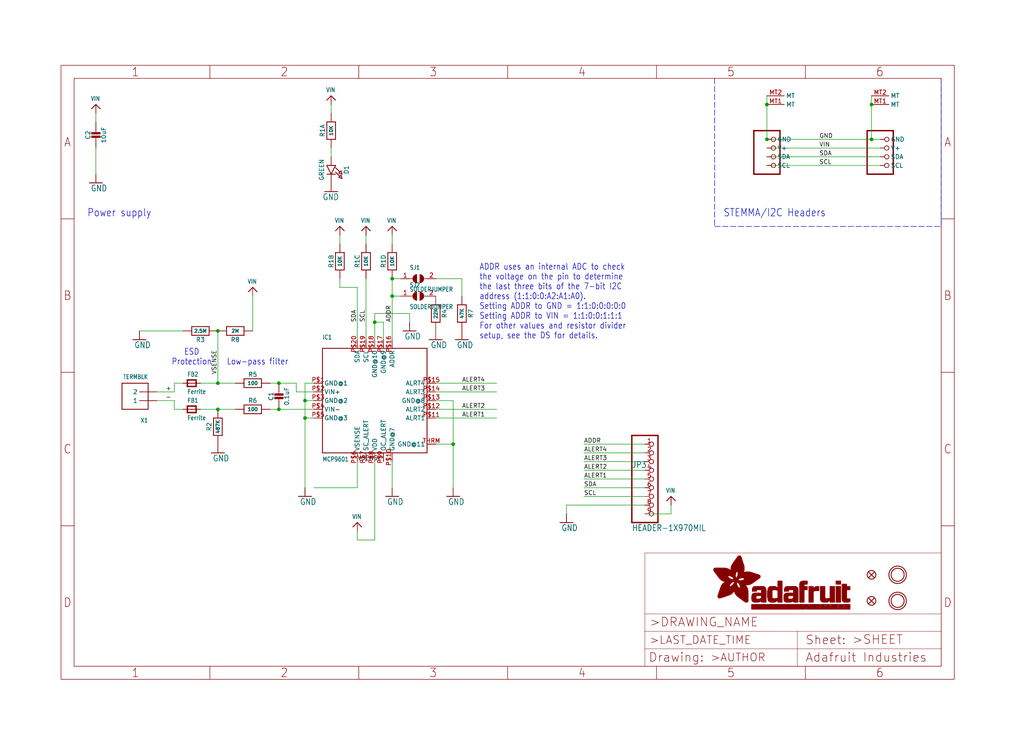
<source format=kicad_sch>
(kicad_sch (version 20211123) (generator eeschema)
  (paper "User" 298.45 217.881)
  (lib_symbols
    (symbol "eagleSchem-eagle-import:CAP_CERAMIC0603_NO"
      (property "Reference" "C" (at -2.29 1.25 90))
      (property "Value" "CAP_CERAMIC0603_NO" (at 2.3 1.25 90))
      (symbol "CAP_CERAMIC0603_NO_1_0"
        (pin passive line (at 0 5.08 270) (length 2.54) (name "1") (number "1"))
        (pin passive line (at 0 -2.54 90) (length 2.54) (name "2") (number "2"))
      )
    )
    (symbol "eagleSchem-eagle-import:CAP_CERAMIC0805-NOOUTLINE"
      (property "Reference" "C" (at -2.29 1.25 90))
      (property "Value" "CAP_CERAMIC0805-NOOUTLINE" (at 2.3 1.25 90))
      (symbol "CAP_CERAMIC0805-NOOUTLINE_1_0"
        (pin passive line (at 0 5.08 270) (length 2.54) (name "1") (number "1"))
        (pin passive line (at 0 -2.54 90) (length 2.54) (name "2") (number "2"))
      )
    )
    (symbol "eagleSchem-eagle-import:FERRITE-0603NO"
      (property "Reference" "FB" (at -1.27 1.905 0))
      (property "Value" "FERRITE-0603NO" (at -1.27 -3.175 0))
      (symbol "FERRITE-0603NO_1_0"
        (pin passive line (at -2.54 0 0) (length 2.54) (name "P$1") (number "1"))
        (pin passive line (at 2.54 0 180) (length 2.54) (name "P$2") (number "2"))
      )
    )
    (symbol "eagleSchem-eagle-import:FIDUCIAL_1MM")
    (symbol "eagleSchem-eagle-import:FRAME_A4_ADAFRUIT"
      (symbol "FRAME_A4_ADAFRUIT_0_0"
        (text "1" (at 21.6958 1.905 0) (effects (font (size 2.54 2.286))))
        (text "1" (at 21.6958 177.165 0) (effects (font (size 2.54 2.286))))
        (text "2" (at 65.0875 1.905 0) (effects (font (size 2.54 2.286))))
        (text "2" (at 65.0875 177.165 0) (effects (font (size 2.54 2.286))))
        (text "3" (at 108.4792 1.905 0) (effects (font (size 2.54 2.286))))
        (text "3" (at 108.4792 177.165 0) (effects (font (size 2.54 2.286))))
        (text "4" (at 151.8708 1.905 0) (effects (font (size 2.54 2.286))))
        (text "4" (at 151.8708 177.165 0) (effects (font (size 2.54 2.286))))
        (text "5" (at 195.2625 1.905 0) (effects (font (size 2.54 2.286))))
        (text "5" (at 195.2625 177.165 0) (effects (font (size 2.54 2.286))))
        (text "6" (at 238.6542 1.905 0) (effects (font (size 2.54 2.286))))
        (text "6" (at 238.6542 177.165 0) (effects (font (size 2.54 2.286))))
        (text "A" (at 1.905 156.6863 0) (effects (font (size 2.54 2.286))))
        (text "A" (at 258.445 156.6863 0) (effects (font (size 2.54 2.286))))
        (text "B" (at 1.905 111.9188 0) (effects (font (size 2.54 2.286))))
        (text "B" (at 258.445 111.9188 0) (effects (font (size 2.54 2.286))))
        (text "C" (at 1.905 67.1513 0) (effects (font (size 2.54 2.286))))
        (text "C" (at 258.445 67.1513 0) (effects (font (size 2.54 2.286))))
        (text "D" (at 1.905 22.3838 0) (effects (font (size 2.54 2.286))))
        (text "D" (at 258.445 22.3838 0) (effects (font (size 2.54 2.286))))
      )
      (symbol "FRAME_A4_ADAFRUIT_1_0"
        (text ">AUTHOR" (at 189.23 5.08 0) (effects (font (size 2.286 2.286)) (justify left bottom)))
        (text ">DRAWING_NAME" (at 171.45 15.24 0) (effects (font (size 2.54 2.54)) (justify left bottom)))
        (text ">LAST_DATE_TIME" (at 171.45 10.16 0) (effects (font (size 2.286 2.286)) (justify left bottom)))
        (text ">SHEET" (at 230.505 10.16 0) (effects (font (size 2.54 2.54)) (justify left bottom)))
        (text "Adafruit Industries" (at 216.916 4.953 0) (effects (font (size 2.54 2.54)) (justify left bottom)))
        (text "Drawing:" (at 171.196 4.953 0) (effects (font (size 2.54 2.54)) (justify left bottom)))
        (text "Sheet:" (at 216.916 10.033 0) (effects (font (size 2.54 2.54)) (justify left bottom)))
      )
    )
    (symbol "eagleSchem-eagle-import:GND" (power)
      (property "Value" "GND" (at -2.54 -2.54 0))
      (symbol "GND_1_0"
        (pin power_in line (at 0 2.54 270) (length 2.54) (name "GND") (number "1"))
      )
    )
    (symbol "eagleSchem-eagle-import:HEADER-1X970MIL"
      (property "Reference" "JP" (at -6.35 13.335 0))
      (property "Value" "HEADER-1X970MIL" (at -6.35 -15.24 0))
      (symbol "HEADER-1X970MIL_1_0"
        (pin passive inverted (at -2.54 10.16 0) (length 2.54) (name "1") (number "1"))
        (pin passive inverted (at -2.54 7.62 0) (length 2.54) (name "2") (number "2"))
        (pin passive inverted (at -2.54 5.08 0) (length 2.54) (name "3") (number "3"))
        (pin passive inverted (at -2.54 2.54 0) (length 2.54) (name "4") (number "4"))
        (pin passive inverted (at -2.54 0 0) (length 2.54) (name "5") (number "5"))
        (pin passive inverted (at -2.54 -2.54 0) (length 2.54) (name "6") (number "6"))
        (pin passive inverted (at -2.54 -5.08 0) (length 2.54) (name "7") (number "7"))
        (pin passive inverted (at -2.54 -7.62 0) (length 2.54) (name "8") (number "8"))
        (pin passive inverted (at -2.54 -10.16 0) (length 2.54) (name "9") (number "9"))
      )
    )
    (symbol "eagleSchem-eagle-import:LED0603_NOOUTLINE"
      (property "Reference" "D" (at -1.27 4.445 0))
      (property "Value" "LED0603_NOOUTLINE" (at -1.27 -2.794 0))
      (symbol "LED0603_NOOUTLINE_1_0"
        (pin passive line (at -5.08 0 0) (length 2.54) (name "A") (number "A"))
        (pin passive line (at 2.54 0 180) (length 2.54) (name "C") (number "C"))
      )
    )
    (symbol "eagleSchem-eagle-import:MCP9601"
      (property "Reference" "IC" (at -15.24 17.78 0))
      (property "Value" "MCP9601" (at -15.24 -17.78 0))
      (symbol "MCP9601_1_0"
        (pin bidirectional line (at -17.78 5.08 0) (length 2.54) (name "GND@1") (number "P$1"))
        (pin bidirectional line (at 5.08 -17.78 90) (length 2.54) (name "GND@7") (number "P$10"))
        (pin bidirectional line (at 17.78 -5.08 180) (length 2.54) (name "ALRT1") (number "P$11"))
        (pin bidirectional line (at 17.78 -2.54 180) (length 2.54) (name "ALRT2") (number "P$12"))
        (pin bidirectional line (at 17.78 0 180) (length 2.54) (name "GND@8") (number "P$13"))
        (pin bidirectional line (at 17.78 2.54 180) (length 2.54) (name "ALRT3") (number "P$14"))
        (pin bidirectional line (at 17.78 5.08 180) (length 2.54) (name "ALRT4") (number "P$15"))
        (pin bidirectional line (at 5.08 17.78 270) (length 2.54) (name "ADDR") (number "P$16"))
        (pin bidirectional line (at 2.54 17.78 270) (length 2.54) (name "GND@9") (number "P$17"))
        (pin bidirectional line (at 0 17.78 270) (length 2.54) (name "GND@10") (number "P$18"))
        (pin bidirectional line (at -2.54 17.78 270) (length 2.54) (name "SCL") (number "P$19"))
        (pin bidirectional line (at -17.78 2.54 0) (length 2.54) (name "VIN+") (number "P$2"))
        (pin bidirectional line (at -5.08 17.78 270) (length 2.54) (name "SDA") (number "P$20"))
        (pin bidirectional line (at -17.78 0 0) (length 2.54) (name "GND@2") (number "P$3"))
        (pin bidirectional line (at -17.78 -2.54 0) (length 2.54) (name "VIN-") (number "P$4"))
        (pin bidirectional line (at -17.78 -5.08 0) (length 2.54) (name "GND@3") (number "P$5"))
        (pin bidirectional line (at -5.08 -17.78 90) (length 2.54) (name "VSENSE") (number "P$6"))
        (pin output line (at -2.54 -17.78 90) (length 2.54) (name "SC_ALERT") (number "P$7"))
        (pin bidirectional line (at 0 -17.78 90) (length 2.54) (name "VDD") (number "P$8"))
        (pin output line (at 2.54 -17.78 90) (length 2.54) (name "OC_ALERT") (number "P$9"))
        (pin bidirectional line (at 17.78 -12.7 180) (length 2.54) (name "GND@11") (number "THRM"))
      )
    )
    (symbol "eagleSchem-eagle-import:MOUNTINGHOLE2.5")
    (symbol "eagleSchem-eagle-import:RESISTOR_0603_NOOUT"
      (property "Reference" "R" (at 0 2.54 0))
      (property "Value" "RESISTOR_0603_NOOUT" (at 0 0 0))
      (symbol "RESISTOR_0603_NOOUT_1_0"
        (pin passive line (at -5.08 0 0) (length 2.54) (name "1") (number "1"))
        (pin passive line (at 5.08 0 180) (length 2.54) (name "2") (number "2"))
      )
    )
    (symbol "eagleSchem-eagle-import:RESISTOR_4PACK"
      (property "Reference" "R" (at 0 2.54 0))
      (property "Value" "RESISTOR_4PACK" (at 0 0 0))
      (symbol "RESISTOR_4PACK_1_0"
        (pin passive line (at -5.08 0 0) (length 2.54) (name "1") (number "1"))
        (pin passive line (at 5.08 0 180) (length 2.54) (name "2") (number "8"))
      )
      (symbol "RESISTOR_4PACK_2_0"
        (pin passive line (at -5.08 0 0) (length 2.54) (name "1") (number "2"))
        (pin passive line (at 5.08 0 180) (length 2.54) (name "2") (number "7"))
      )
      (symbol "RESISTOR_4PACK_3_0"
        (pin passive line (at -5.08 0 0) (length 2.54) (name "1") (number "3"))
        (pin passive line (at 5.08 0 180) (length 2.54) (name "2") (number "6"))
      )
      (symbol "RESISTOR_4PACK_4_0"
        (pin passive line (at -5.08 0 0) (length 2.54) (name "1") (number "4"))
        (pin passive line (at 5.08 0 180) (length 2.54) (name "2") (number "5"))
      )
    )
    (symbol "eagleSchem-eagle-import:SOLDERJUMPER"
      (property "Reference" "SJ" (at -2.54 2.54 0))
      (property "Value" "SOLDERJUMPER" (at -2.54 -3.81 0))
      (symbol "SOLDERJUMPER_1_0"
        (pin passive line (at -5.08 0 0) (length 2.54) (name "1") (number "1"))
        (pin passive line (at 5.08 0 180) (length 2.54) (name "2") (number "2"))
      )
    )
    (symbol "eagleSchem-eagle-import:STEMMA_I2C_QT"
      (symbol "STEMMA_I2C_QT_1_0"
        (pin passive inverted (at 0 5.08 0) (length 2.54) (name "GND") (number "1"))
        (pin passive inverted (at 0 2.54 0) (length 2.54) (name "V+") (number "2"))
        (pin passive inverted (at 0 0 0) (length 2.54) (name "SDA") (number "3"))
        (pin passive inverted (at 0 -2.54 0) (length 2.54) (name "SCL") (number "4"))
      )
      (symbol "STEMMA_I2C_QT_2_0"
        (pin bidirectional line (at 0 0 0) (length 5.08) (name "MT") (number "MT1"))
      )
      (symbol "STEMMA_I2C_QT_3_0"
        (pin bidirectional line (at 0 0 0) (length 5.08) (name "MT") (number "MT2"))
      )
    )
    (symbol "eagleSchem-eagle-import:TERMBLOCK_1X2_3.5MM"
      (property "Reference" "X" (at -2.54 7.62 0))
      (property "Value" "TERMBLOCK_1X2_3.5MM" (at -2.54 -5.08 0))
      (symbol "TERMBLOCK_1X2_3.5MM_1_0"
        (pin passive line (at -5.08 2.54 0) (length 5.08) (name "1") (number "1"))
        (pin passive line (at -5.08 0 0) (length 5.08) (name "2") (number "2"))
      )
    )
    (symbol "eagleSchem-eagle-import:VIN" (power)
      (property "Value" "VIN" (at -1.524 1.016 0))
      (symbol "VIN_1_0"
        (pin power_in line (at 0 -2.54 90) (length 2.54) (name "VIN") (number "1"))
      )
    )
  )
  (junction (at 63.5 119.38))
  (junction (at 63.5 96.52))
  (junction (at 88.9 121.92))
  (junction (at 223.52 40.64))
  (junction (at 63.5 111.76))
  (junction (at 132.08 129.54))
  (junction (at 114.3 86.36))
  (junction (at 223.52 30.48))
  (junction (at 81.28 111.76))
  (junction (at 254 40.64))
  (junction (at 109.22 93.98))
  (junction (at 254 30.48))
  (junction (at 88.9 116.84))
  (junction (at 114.3 81.28))
  (junction (at 81.28 119.38))
  (wire (pts (xy 170.18 139.7) (xy 187.96 139.7)))
  (wire (pts (xy 53.34 96.52) (xy 40.64 96.52)))
  (wire (pts (xy 86.36 114.3) (xy 91.44 114.3)))
  (wire (pts (xy 132.08 129.54) (xy 132.08 142.24)))
  (wire (pts (xy 45.72 116.84) (xy 50.8 116.84)))
  (wire (pts (xy 127 81.28) (xy 134.62 81.28)))
  (wire (pts (xy 223.52 30.48) (xy 223.52 40.64)))
  (wire (pts (xy 91.44 116.84) (xy 88.9 116.84)))
  (polyline (pts (xy 274.32 22.86) (xy 274.32 66.04)))
  (wire (pts (xy 27.94 33.02) (xy 27.94 35.56)))
  (wire (pts (xy 109.22 157.48) (xy 104.14 157.48)))
  (wire (pts (xy 99.06 83.82) (xy 99.06 81.28)))
  (wire (pts (xy 119.38 91.44) (xy 119.38 93.98)))
  (wire (pts (xy 132.08 116.84) (xy 132.08 129.54)))
  (wire (pts (xy 127 129.54) (xy 132.08 129.54)))
  (wire (pts (xy 170.18 137.16) (xy 187.96 137.16)))
  (wire (pts (xy 99.06 71.12) (xy 99.06 68.58)))
  (wire (pts (xy 109.22 91.44) (xy 119.38 91.44)))
  (wire (pts (xy 91.44 121.92) (xy 88.9 121.92)))
  (wire (pts (xy 254 40.64) (xy 223.52 40.64)))
  (wire (pts (xy 78.74 119.38) (xy 81.28 119.38)))
  (wire (pts (xy 187.96 147.32) (xy 165.1 147.32)))
  (wire (pts (xy 104.14 142.24) (xy 91.44 142.24)))
  (wire (pts (xy 111.76 99.06) (xy 111.76 93.98)))
  (wire (pts (xy 104.14 83.82) (xy 99.06 83.82)))
  (wire (pts (xy 127 119.38) (xy 144.78 119.38)))
  (wire (pts (xy 114.3 86.36) (xy 116.84 86.36)))
  (wire (pts (xy 170.18 132.08) (xy 187.96 132.08)))
  (wire (pts (xy 127 114.3) (xy 144.78 114.3)))
  (wire (pts (xy 91.44 119.38) (xy 81.28 119.38)))
  (wire (pts (xy 88.9 121.92) (xy 88.9 142.24)))
  (wire (pts (xy 63.5 111.76) (xy 63.5 96.52)))
  (wire (pts (xy 187.96 129.54) (xy 170.18 129.54)))
  (wire (pts (xy 27.94 50.8) (xy 27.94 43.18)))
  (wire (pts (xy 127 111.76) (xy 144.78 111.76)))
  (wire (pts (xy 109.22 99.06) (xy 109.22 93.98)))
  (wire (pts (xy 165.1 147.32) (xy 165.1 149.86)))
  (polyline (pts (xy 208.28 66.04) (xy 274.32 66.04)))
  (wire (pts (xy 109.22 134.62) (xy 109.22 157.48)))
  (wire (pts (xy 254 27.94) (xy 254 30.48)))
  (wire (pts (xy 104.14 157.48) (xy 104.14 154.94)))
  (wire (pts (xy 109.22 93.98) (xy 109.22 91.44)))
  (wire (pts (xy 73.66 86.36) (xy 73.66 96.52)))
  (wire (pts (xy 106.68 71.12) (xy 106.68 68.58)))
  (wire (pts (xy 256.54 45.72) (xy 223.52 45.72)))
  (wire (pts (xy 195.58 149.86) (xy 195.58 147.32)))
  (wire (pts (xy 187.96 142.24) (xy 170.18 142.24)))
  (polyline (pts (xy 208.28 22.86) (xy 208.28 66.04)))
  (wire (pts (xy 78.74 111.76) (xy 81.28 111.76)))
  (wire (pts (xy 127 121.92) (xy 144.78 121.92)))
  (wire (pts (xy 114.3 71.12) (xy 114.3 68.58)))
  (wire (pts (xy 50.8 111.76) (xy 53.34 111.76)))
  (wire (pts (xy 86.36 111.76) (xy 86.36 114.3)))
  (wire (pts (xy 187.96 149.86) (xy 195.58 149.86)))
  (wire (pts (xy 114.3 86.36) (xy 114.3 81.28)))
  (wire (pts (xy 50.8 119.38) (xy 53.34 119.38)))
  (wire (pts (xy 50.8 116.84) (xy 50.8 119.38)))
  (wire (pts (xy 104.14 99.06) (xy 104.14 83.82)))
  (wire (pts (xy 114.3 134.62) (xy 114.3 142.24)))
  (wire (pts (xy 223.52 43.18) (xy 256.54 43.18)))
  (wire (pts (xy 223.52 27.94) (xy 223.52 30.48)))
  (wire (pts (xy 134.62 81.28) (xy 134.62 86.36)))
  (wire (pts (xy 88.9 116.84) (xy 88.9 121.92)))
  (wire (pts (xy 63.5 111.76) (xy 68.58 111.76)))
  (wire (pts (xy 127 116.84) (xy 132.08 116.84)))
  (wire (pts (xy 187.96 144.78) (xy 170.18 144.78)))
  (wire (pts (xy 63.5 119.38) (xy 68.58 119.38)))
  (wire (pts (xy 96.52 45.72) (xy 96.52 43.18)))
  (wire (pts (xy 256.54 40.64) (xy 254 40.64)))
  (wire (pts (xy 254 30.48) (xy 254 40.64)))
  (wire (pts (xy 223.52 48.26) (xy 256.54 48.26)))
  (wire (pts (xy 88.9 111.76) (xy 88.9 116.84)))
  (wire (pts (xy 81.28 111.76) (xy 86.36 111.76)))
  (wire (pts (xy 111.76 93.98) (xy 109.22 93.98)))
  (wire (pts (xy 58.42 119.38) (xy 63.5 119.38)))
  (wire (pts (xy 58.42 111.76) (xy 63.5 111.76)))
  (wire (pts (xy 91.44 111.76) (xy 88.9 111.76)))
  (wire (pts (xy 170.18 134.62) (xy 187.96 134.62)))
  (wire (pts (xy 45.72 114.3) (xy 50.8 114.3)))
  (wire (pts (xy 50.8 114.3) (xy 50.8 111.76)))
  (wire (pts (xy 106.68 99.06) (xy 106.68 81.28)))
  (wire (pts (xy 104.14 134.62) (xy 104.14 142.24)))
  (wire (pts (xy 114.3 99.06) (xy 114.3 86.36)))
  (wire (pts (xy 116.84 81.28) (xy 114.3 81.28)))
  (wire (pts (xy 96.52 30.48) (xy 96.52 33.02)))
  (text "ESD\nProtection" (at 55.88 106.68 180) (effects (font (size 1.778 1.5113)) (justify bottom)))
  (text "Low-pass filter" (at 66.04 106.68 180) (effects (font (size 1.778 1.5113)) (justify left bottom)))
  (text "STEMMA/I2C Headers" (at 210.82 63.5 180) (effects (font (size 2.1844 1.8567)) (justify left bottom)))
  (text "Power supply" (at 25.4 63.5 180) (effects (font (size 2.1844 1.8567)) (justify left bottom)))
  (text "ADDR uses an internal ADC to check\nthe voltage on the pin to determine\nthe last three bits of the 7-bit I2C\naddress (1:1:0:0:A2:A1:A0).\nSetting ADDR to GND = 1:1:0:0:0:0:0\nSetting ADDR to VIN = 1:1:0:0:1:1:1\nFor other values and resistor divider\nsetup, see the DS for details." (at 139.7 99.06 0) (effects (font (size 1.778 1.5113)) (justify left bottom)))
  (label "ALERT2" (at 134.62 119.38 0) (effects (font (size 1.2446 1.2446))))
  (label "VSENSE" (at 104.14 134.62 0) (effects (font (size 1.2446 1.2446))))
  (label "SDA" (at 170.18 142.24 0) (effects (font (size 1.2446 1.2446))))
  (label "ALERT2" (at 170.18 137.16 0) (effects (font (size 1.2446 1.2446))))
  (label "GND" (at 238.76 40.64 0) (effects (font (size 1.2446 1.2446))))
  (label "VSENSE" (at 63.5 109.22 90) (effects (font (size 1.2446 1.2446))))
  (label "+" (at 48.26 114.3 0) (effects (font (size 1.2446 1.2446))))
  (label "SDA" (at 238.76 45.72 0) (effects (font (size 1.2446 1.2446))))
  (label "ALERT3" (at 134.62 114.3 0) (effects (font (size 1.2446 1.2446))))
  (label "SCL" (at 170.18 144.78 0) (effects (font (size 1.2446 1.2446))))
  (label "SCL" (at 106.68 93.98 90) (effects (font (size 1.2446 1.2446))))
  (label "ALERT1" (at 170.18 139.7 0) (effects (font (size 1.2446 1.2446))))
  (label "VIN" (at 238.76 43.18 0) (effects (font (size 1.2446 1.2446))))
  (label "ALERT4" (at 170.18 132.08 0) (effects (font (size 1.2446 1.2446))))
  (label "-" (at 48.26 116.84 0) (effects (font (size 1.2446 1.2446))))
  (label "ALERT1" (at 134.62 121.92 0) (effects (font (size 1.2446 1.2446))))
  (label "ADDR" (at 114.3 93.98 90) (effects (font (size 1.2446 1.2446))))
  (label "ALERT3" (at 170.18 134.62 0) (effects (font (size 1.2446 1.2446))))
  (label "SCL" (at 238.76 48.26 0) (effects (font (size 1.2446 1.2446))))
  (label "ADDR" (at 170.18 129.54 0) (effects (font (size 1.2446 1.2446))))
  (label "SDA" (at 104.14 93.98 90) (effects (font (size 1.2446 1.2446))))
  (label "ALERT4" (at 134.62 111.76 0) (effects (font (size 1.2446 1.2446))))
  (symbol (lib_id "eagleSchem-eagle-import:FIDUCIAL_1MM") (at 254 167.64 0) (unit 1)
    (property "Reference" "FID4" (effects hide))
    (property "Value" "FIDUCIAL_1MM" (effects hide))
    (property "Footprint" "eagleSchem:FIDUCIAL_1MM" (effects hide))
  )
  (symbol (lib_id "eagleSchem-eagle-import:RESISTOR_0603_NOOUT") (at 63.5 124.46 90) (unit 1)
    (property "Reference" "R2" (at 60.96 124.46 0))
    (property "Value" "487K" (at 63.5 124.46 0) (effects (font (size 1.016 1.016) bold)))
    (property "Footprint" "eagleSchem:0603-NO" (effects hide))
  )
  (symbol (lib_id "eagleSchem-eagle-import:VIN") (at 106.68 66.04 0) (unit 1)
    (property "Reference" "#U$10" (effects hide))
    (property "Value" "VIN" (at 105.156 65.024 0) (effects (font (size 1.27 1.0795)) (justify left bottom)))
    (property "Footprint" "eagleSchem:" (effects hide))
  )
  (symbol (lib_id "eagleSchem-eagle-import:FIDUCIAL_1MM") (at 254 175.26 0) (unit 1)
    (property "Reference" "FID3" (effects hide))
    (property "Value" "FIDUCIAL_1MM" (effects hide))
    (property "Footprint" "eagleSchem:FIDUCIAL_1MM" (effects hide))
  )
  (symbol (lib_id "eagleSchem-eagle-import:GND") (at 114.3 144.78 0) (unit 1)
    (property "Reference" "#U$7" (effects hide))
    (property "Value" "GND" (at 112.776 147.32 0) (effects (font (size 1.778 1.5113)) (justify left bottom)))
    (property "Footprint" "eagleSchem:" (effects hide))
  )
  (symbol (lib_id "eagleSchem-eagle-import:GND") (at 127 99.06 0) (unit 1)
    (property "Reference" "#U$12" (effects hide))
    (property "Value" "GND" (at 125.476 101.6 0) (effects (font (size 1.778 1.5113)) (justify left bottom)))
    (property "Footprint" "eagleSchem:" (effects hide))
  )
  (symbol (lib_id "eagleSchem-eagle-import:MCP9601") (at 109.22 116.84 0) (unit 1)
    (property "Reference" "IC1" (at 93.98 99.06 0) (effects (font (size 1.27 1.0795)) (justify left bottom)))
    (property "Value" "MCP9601" (at 93.98 134.62 0) (effects (font (size 1.27 1.0795)) (justify left bottom)))
    (property "Footprint" "eagleSchem:VQFN20_5MM" (effects hide))
  )
  (symbol (lib_id "eagleSchem-eagle-import:GND") (at 63.5 132.08 0) (unit 1)
    (property "Reference" "#U$19" (effects hide))
    (property "Value" "GND" (at 61.976 134.62 0) (effects (font (size 1.778 1.5113)) (justify left bottom)))
    (property "Footprint" "eagleSchem:" (effects hide))
  )
  (symbol (lib_id "eagleSchem-eagle-import:STEMMA_I2C_QT") (at 223.52 30.48 0) (unit 2)
    (property "Reference" "CONN3" (effects hide))
    (property "Value" "STEMMA_I2C_QT" (effects hide))
    (property "Footprint" "eagleSchem:JST_SH4" (effects hide))
  )
  (symbol (lib_id "eagleSchem-eagle-import:RESISTOR_4PACK") (at 99.06 76.2 90) (unit 2)
    (property "Reference" "R1" (at 96.52 76.2 0))
    (property "Value" "10K" (at 99.06 76.2 0) (effects (font (size 1.016 1.016) bold)))
    (property "Footprint" "eagleSchem:RESPACK_4X0603" (effects hide))
  )
  (symbol (lib_id "eagleSchem-eagle-import:STEMMA_I2C_QT") (at 254 30.48 0) (unit 2)
    (property "Reference" "CONN4" (effects hide))
    (property "Value" "STEMMA_I2C_QT" (effects hide))
    (property "Footprint" "eagleSchem:JST_SH4" (effects hide))
  )
  (symbol (lib_id "eagleSchem-eagle-import:VIN") (at 195.58 144.78 0) (unit 1)
    (property "Reference" "#U$2" (effects hide))
    (property "Value" "VIN" (at 194.056 143.764 0) (effects (font (size 1.27 1.0795)) (justify left bottom)))
    (property "Footprint" "eagleSchem:" (effects hide))
  )
  (symbol (lib_id "eagleSchem-eagle-import:GND") (at 134.62 99.06 0) (unit 1)
    (property "Reference" "#U$13" (effects hide))
    (property "Value" "GND" (at 133.096 101.6 0) (effects (font (size 1.778 1.5113)) (justify left bottom)))
    (property "Footprint" "eagleSchem:" (effects hide))
  )
  (symbol (lib_id "eagleSchem-eagle-import:GND") (at 27.94 53.34 0) (unit 1)
    (property "Reference" "#U$22" (effects hide))
    (property "Value" "GND" (at 26.416 55.88 0) (effects (font (size 1.778 1.5113)) (justify left bottom)))
    (property "Footprint" "eagleSchem:" (effects hide))
  )
  (symbol (lib_id "eagleSchem-eagle-import:STEMMA_I2C_QT") (at 254 27.94 0) (unit 3)
    (property "Reference" "CONN4" (effects hide))
    (property "Value" "STEMMA_I2C_QT" (effects hide))
    (property "Footprint" "eagleSchem:JST_SH4" (effects hide))
  )
  (symbol (lib_id "eagleSchem-eagle-import:GND") (at 96.52 55.88 0) (unit 1)
    (property "Reference" "#GND6" (effects hide))
    (property "Value" "GND" (at 93.98 58.42 0) (effects (font (size 1.778 1.5113)) (justify left bottom)))
    (property "Footprint" "eagleSchem:" (effects hide))
  )
  (symbol (lib_id "eagleSchem-eagle-import:RESISTOR_0603_NOOUT") (at 134.62 91.44 270) (unit 1)
    (property "Reference" "R7" (at 137.16 91.44 0))
    (property "Value" "47K" (at 134.62 91.44 0) (effects (font (size 1.016 1.016) bold)))
    (property "Footprint" "eagleSchem:0603-NO" (effects hide))
  )
  (symbol (lib_id "eagleSchem-eagle-import:FRAME_A4_ADAFRUIT") (at 17.78 198.12 0) (unit 1)
    (property "Reference" "#U$35" (effects hide))
    (property "Value" "FRAME_A4_ADAFRUIT" (effects hide))
    (property "Footprint" "eagleSchem:" (effects hide))
  )
  (symbol (lib_id "eagleSchem-eagle-import:TERMBLOCK_1X2_3.5MM") (at 40.64 114.3 180) (unit 1)
    (property "Reference" "X1" (at 43.18 121.92 0) (effects (font (size 1.27 1.0795)) (justify left bottom)))
    (property "Value" "TERMBLK" (at 43.18 109.22 0) (effects (font (size 1.27 1.0795)) (justify left bottom)))
    (property "Footprint" "eagleSchem:TERMBLOCK_1X2-3.5MM" (effects hide))
  )
  (symbol (lib_id "eagleSchem-eagle-import:RESISTOR_0603_NOOUT") (at 73.66 111.76 0) (unit 1)
    (property "Reference" "R5" (at 73.66 109.22 0))
    (property "Value" "100" (at 73.66 111.76 0) (effects (font (size 1.016 1.016) bold)))
    (property "Footprint" "eagleSchem:0603-NO" (effects hide))
  )
  (symbol (lib_id "eagleSchem-eagle-import:VIN") (at 99.06 66.04 0) (unit 1)
    (property "Reference" "#U$1" (effects hide))
    (property "Value" "VIN" (at 97.536 65.024 0) (effects (font (size 1.27 1.0795)) (justify left bottom)))
    (property "Footprint" "eagleSchem:" (effects hide))
  )
  (symbol (lib_id "eagleSchem-eagle-import:RESISTOR_4PACK") (at 106.68 76.2 90) (unit 3)
    (property "Reference" "R1" (at 104.14 76.2 0))
    (property "Value" "10K" (at 106.68 76.2 0) (effects (font (size 1.016 1.016) bold)))
    (property "Footprint" "eagleSchem:RESPACK_4X0603" (effects hide))
  )
  (symbol (lib_id "eagleSchem-eagle-import:MOUNTINGHOLE2.5") (at 261.62 167.64 0) (unit 1)
    (property "Reference" "U$34" (effects hide))
    (property "Value" "MOUNTINGHOLE2.5" (effects hide))
    (property "Footprint" "eagleSchem:MOUNTINGHOLE_2.5_PLATED" (effects hide))
  )
  (symbol (lib_id "eagleSchem-eagle-import:VIN") (at 73.66 83.82 0) (unit 1)
    (property "Reference" "#U$21" (effects hide))
    (property "Value" "VIN" (at 72.136 82.804 0) (effects (font (size 1.27 1.0795)) (justify left bottom)))
    (property "Footprint" "eagleSchem:" (effects hide))
  )
  (symbol (lib_id "eagleSchem-eagle-import:FERRITE-0603NO") (at 55.88 119.38 0) (unit 1)
    (property "Reference" "FB1" (at 54.61 117.475 0) (effects (font (size 1.27 1.0795)) (justify left bottom)))
    (property "Value" "Ferrite" (at 54.61 122.555 0) (effects (font (size 1.27 1.0795)) (justify left bottom)))
    (property "Footprint" "eagleSchem:0603-NO" (effects hide))
  )
  (symbol (lib_id "eagleSchem-eagle-import:STEMMA_I2C_QT") (at 223.52 45.72 0) (unit 1)
    (property "Reference" "CONN3" (effects hide))
    (property "Value" "STEMMA_I2C_QT" (effects hide))
    (property "Footprint" "eagleSchem:JST_SH4" (effects hide))
  )
  (symbol (lib_id "eagleSchem-eagle-import:FERRITE-0603NO") (at 55.88 111.76 0) (unit 1)
    (property "Reference" "FB2" (at 54.61 109.855 0) (effects (font (size 1.27 1.0795)) (justify left bottom)))
    (property "Value" "Ferrite" (at 54.61 114.935 0) (effects (font (size 1.27 1.0795)) (justify left bottom)))
    (property "Footprint" "eagleSchem:0603-NO" (effects hide))
  )
  (symbol (lib_id "eagleSchem-eagle-import:CAP_CERAMIC0603_NO") (at 81.28 116.84 0) (unit 1)
    (property "Reference" "C1" (at 78.99 115.59 90))
    (property "Value" "0.1uF" (at 83.58 115.59 90))
    (property "Footprint" "eagleSchem:0603-NO" (effects hide))
  )
  (symbol (lib_id "eagleSchem-eagle-import:RESISTOR_0603_NOOUT") (at 58.42 96.52 180) (unit 1)
    (property "Reference" "R3" (at 58.42 99.06 0))
    (property "Value" "2.5M" (at 58.42 96.52 0) (effects (font (size 1.016 1.016) bold)))
    (property "Footprint" "eagleSchem:0603-NO" (effects hide))
  )
  (symbol (lib_id "eagleSchem-eagle-import:RESISTOR_4PACK") (at 114.3 76.2 90) (unit 4)
    (property "Reference" "R1" (at 111.76 76.2 0))
    (property "Value" "10K" (at 114.3 76.2 0) (effects (font (size 1.016 1.016) bold)))
    (property "Footprint" "eagleSchem:RESPACK_4X0603" (effects hide))
  )
  (symbol (lib_id "eagleSchem-eagle-import:GND") (at 132.08 144.78 0) (unit 1)
    (property "Reference" "#U$8" (effects hide))
    (property "Value" "GND" (at 130.556 147.32 0) (effects (font (size 1.778 1.5113)) (justify left bottom)))
    (property "Footprint" "eagleSchem:" (effects hide))
  )
  (symbol (lib_id "eagleSchem-eagle-import:GND") (at 40.64 99.06 0) (unit 1)
    (property "Reference" "#U$23" (effects hide))
    (property "Value" "GND" (at 39.116 101.6 0) (effects (font (size 1.778 1.5113)) (justify left bottom)))
    (property "Footprint" "eagleSchem:" (effects hide))
  )
  (symbol (lib_id "eagleSchem-eagle-import:VIN") (at 96.52 27.94 0) (unit 1)
    (property "Reference" "#U$3" (effects hide))
    (property "Value" "VIN" (at 94.996 26.924 0) (effects (font (size 1.27 1.0795)) (justify left bottom)))
    (property "Footprint" "eagleSchem:" (effects hide))
  )
  (symbol (lib_id "eagleSchem-eagle-import:CAP_CERAMIC0805-NOOUTLINE") (at 27.94 40.64 0) (unit 1)
    (property "Reference" "C2" (at 25.65 39.39 90))
    (property "Value" "10uF" (at 30.24 39.39 90))
    (property "Footprint" "eagleSchem:0805-NO" (effects hide))
  )
  (symbol (lib_id "eagleSchem-eagle-import:VIN") (at 114.3 66.04 0) (unit 1)
    (property "Reference" "#U$11" (effects hide))
    (property "Value" "VIN" (at 112.776 65.024 0) (effects (font (size 1.27 1.0795)) (justify left bottom)))
    (property "Footprint" "eagleSchem:" (effects hide))
  )
  (symbol (lib_id "eagleSchem-eagle-import:GND") (at 88.9 144.78 0) (unit 1)
    (property "Reference" "#U$5" (effects hide))
    (property "Value" "GND" (at 87.376 147.32 0) (effects (font (size 1.778 1.5113)) (justify left bottom)))
    (property "Footprint" "eagleSchem:" (effects hide))
  )
  (symbol (lib_id "eagleSchem-eagle-import:RESISTOR_0603_NOOUT") (at 127 91.44 270) (unit 1)
    (property "Reference" "R4" (at 129.54 91.44 0))
    (property "Value" "22K" (at 127 91.44 0) (effects (font (size 1.016 1.016) bold)))
    (property "Footprint" "eagleSchem:0603-NO" (effects hide))
  )
  (symbol (lib_id "eagleSchem-eagle-import:SOLDERJUMPER") (at 121.92 86.36 0) (unit 1)
    (property "Reference" "SJ2" (at 119.38 83.82 0) (effects (font (size 1.27 1.0795)) (justify left bottom)))
    (property "Value" "SOLDERJUMPER" (at 119.38 90.17 0) (effects (font (size 1.27 1.0795)) (justify left bottom)))
    (property "Footprint" "eagleSchem:SOLDERJUMPER_ARROW_NOPASTE" (effects hide))
  )
  (symbol (lib_id "eagleSchem-eagle-import:LED0603_NOOUTLINE") (at 96.52 50.8 270) (unit 1)
    (property "Reference" "D1" (at 100.965 49.53 0))
    (property "Value" "GREEN" (at 93.726 49.53 0))
    (property "Footprint" "eagleSchem:CHIPLED_0603_NOOUTLINE" (effects hide))
  )
  (symbol (lib_id "eagleSchem-eagle-import:MOUNTINGHOLE2.5") (at 261.62 175.26 0) (unit 1)
    (property "Reference" "U$33" (effects hide))
    (property "Value" "MOUNTINGHOLE2.5" (effects hide))
    (property "Footprint" "eagleSchem:MOUNTINGHOLE_2.5_PLATED" (effects hide))
  )
  (symbol (lib_id "eagleSchem-eagle-import:GND") (at 165.1 152.4 0) (unit 1)
    (property "Reference" "#U$14" (effects hide))
    (property "Value" "GND" (at 163.576 154.94 0) (effects (font (size 1.778 1.5113)) (justify left bottom)))
    (property "Footprint" "eagleSchem:" (effects hide))
  )
  (symbol (lib_id "eagleSchem-eagle-import:RESISTOR_0603_NOOUT") (at 68.58 96.52 180) (unit 1)
    (property "Reference" "R8" (at 68.58 99.06 0))
    (property "Value" "2M" (at 68.58 96.52 0) (effects (font (size 1.016 1.016) bold)))
    (property "Footprint" "eagleSchem:0603-NO" (effects hide))
  )
  (symbol (lib_id "eagleSchem-eagle-import:VIN") (at 27.94 30.48 0) (unit 1)
    (property "Reference" "#U$9" (effects hide))
    (property "Value" "VIN" (at 26.416 29.464 0) (effects (font (size 1.27 1.0795)) (justify left bottom)))
    (property "Footprint" "eagleSchem:" (effects hide))
  )
  (symbol (lib_id "eagleSchem-eagle-import:STEMMA_I2C_QT") (at 256.54 45.72 0) (unit 1)
    (property "Reference" "CONN4" (effects hide))
    (property "Value" "STEMMA_I2C_QT" (effects hide))
    (property "Footprint" "eagleSchem:JST_SH4" (effects hide))
  )
  (symbol (lib_id "eagleSchem-eagle-import:GND") (at 119.38 96.52 0) (unit 1)
    (property "Reference" "#U$15" (effects hide))
    (property "Value" "GND" (at 117.856 99.06 0) (effects (font (size 1.778 1.5113)) (justify left bottom)))
    (property "Footprint" "eagleSchem:" (effects hide))
  )
  (symbol (lib_id "eagleSchem-eagle-import:STEMMA_I2C_QT") (at 223.52 27.94 0) (unit 3)
    (property "Reference" "CONN3" (effects hide))
    (property "Value" "STEMMA_I2C_QT" (effects hide))
    (property "Footprint" "eagleSchem:JST_SH4" (effects hide))
  )
  (symbol (lib_id "eagleSchem-eagle-import:SOLDERJUMPER") (at 121.92 81.28 0) (unit 1)
    (property "Reference" "SJ1" (at 119.38 78.74 0) (effects (font (size 1.27 1.0795)) (justify left bottom)))
    (property "Value" "SOLDERJUMPER" (at 119.38 85.09 0) (effects (font (size 1.27 1.0795)) (justify left bottom)))
    (property "Footprint" "eagleSchem:SOLDERJUMPER_ARROW_NOPASTE" (effects hide))
  )
  (symbol (lib_id "eagleSchem-eagle-import:RESISTOR_0603_NOOUT") (at 73.66 119.38 0) (unit 1)
    (property "Reference" "R6" (at 73.66 116.84 0))
    (property "Value" "100" (at 73.66 119.38 0) (effects (font (size 1.016 1.016) bold)))
    (property "Footprint" "eagleSchem:0603-NO" (effects hide))
  )
  (symbol (lib_id "eagleSchem-eagle-import:VIN") (at 104.14 152.4 0) (unit 1)
    (property "Reference" "#U$4" (effects hide))
    (property "Value" "VIN" (at 102.616 151.384 0) (effects (font (size 1.27 1.0795)) (justify left bottom)))
    (property "Footprint" "eagleSchem:" (effects hide))
  )
  (symbol (lib_id "eagleSchem-eagle-import:RESISTOR_4PACK") (at 96.52 38.1 90) (unit 1)
    (property "Reference" "R1" (at 93.98 38.1 0))
    (property "Value" "10K" (at 96.52 38.1 0) (effects (font (size 1.016 1.016) bold)))
    (property "Footprint" "eagleSchem:RESPACK_4X0603" (effects hide))
  )
  (symbol (lib_id "eagleSchem-eagle-import:HEADER-1X970MIL") (at 190.5 139.7 0) (unit 1)
    (property "Reference" "JP3" (at 184.15 136.525 0) (effects (font (size 1.778 1.5113)) (justify left bottom)))
    (property "Value" "HEADER-1X970MIL" (at 184.15 154.94 0) (effects (font (size 1.778 1.5113)) (justify left bottom)))
    (property "Footprint" "eagleSchem:1X09_ROUND_70" (effects hide))
  )
)
</source>
